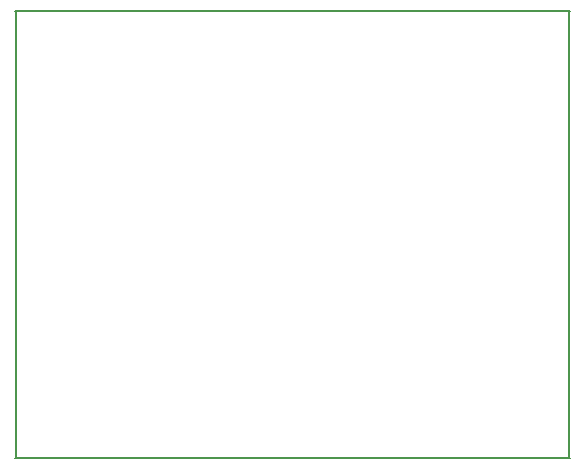
<source format=gko>
G04 #@! TF.FileFunction,Profile,NP*
%FSLAX46Y46*%
G04 Gerber Fmt 4.6, Leading zero omitted, Abs format (unit mm)*
G04 Created by KiCad (PCBNEW 4.0.1-3.201512221402+6198~38~ubuntu15.04.1-stable) date Mon 04 Jan 2016 10:21:23 PM EST*
%MOMM*%
G01*
G04 APERTURE LIST*
%ADD10C,0.100000*%
%ADD11C,0.150000*%
G04 APERTURE END LIST*
D10*
D11*
X155600000Y-76500000D02*
X155600000Y-114300000D01*
X202400000Y-114300000D02*
X202400000Y-76500000D01*
X202500000Y-114300000D02*
X155500000Y-114300000D01*
X155500000Y-76500000D02*
X202500000Y-76500000D01*
M02*

</source>
